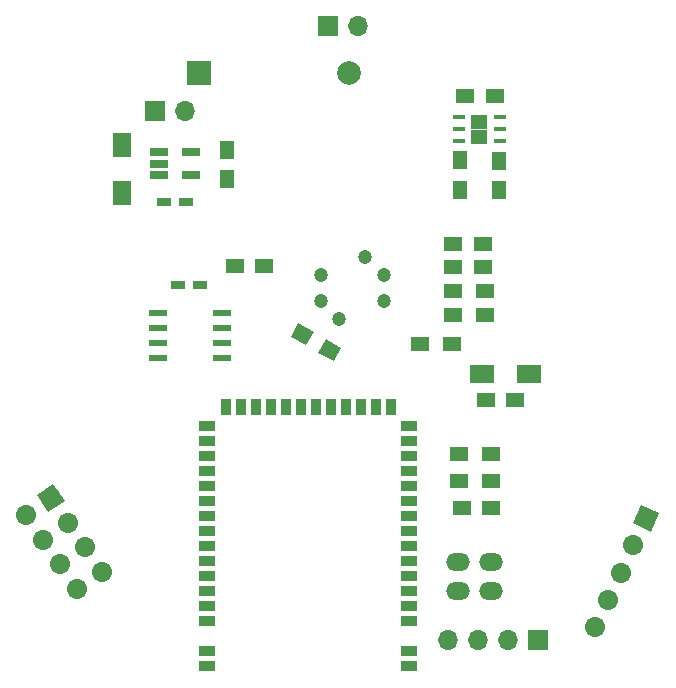
<source format=gts>
G04 #@! TF.GenerationSoftware,KiCad,Pcbnew,(5.0.0)*
G04 #@! TF.CreationDate,2018-09-08T09:56:40+02:00*
G04 #@! TF.ProjectId,v9,76392E6B696361645F70636200000000,3*
G04 #@! TF.SameCoordinates,Original*
G04 #@! TF.FileFunction,Soldermask,Top*
G04 #@! TF.FilePolarity,Negative*
%FSLAX46Y46*%
G04 Gerber Fmt 4.6, Leading zero omitted, Abs format (unit mm)*
G04 Created by KiCad (PCBNEW (5.0.0)) date 09/08/18 09:56:40*
%MOMM*%
%LPD*%
G01*
G04 APERTURE LIST*
%ADD10C,1.200000*%
%ADD11R,1.000000X0.450000*%
%ADD12R,0.750000X1.250000*%
%ADD13R,1.400000X0.900000*%
%ADD14R,1.400000X0.930000*%
%ADD15R,0.900000X1.400000*%
%ADD16R,2.000000X2.000000*%
%ADD17C,2.000000*%
%ADD18C,1.300000*%
%ADD19C,0.100000*%
%ADD20R,1.500000X1.300000*%
%ADD21O,2.000000X1.500000*%
%ADD22R,2.000000X1.600000*%
%ADD23R,1.500000X1.250000*%
%ADD24R,1.600000X2.000000*%
%ADD25R,1.250000X1.500000*%
%ADD26R,1.700000X1.700000*%
%ADD27O,1.700000X1.700000*%
%ADD28C,1.700000*%
%ADD29C,1.700000*%
%ADD30R,1.200000X0.750000*%
%ADD31R,1.560000X0.650000*%
%ADD32R,1.549400X0.599440*%
G04 APERTURE END LIST*
D10*
G04 #@! TO.C,U4*
X71084207Y-60360158D03*
X71084207Y-58139842D03*
X72639842Y-61915793D03*
X76415793Y-58139842D03*
X76415793Y-60360158D03*
X74860158Y-56584207D03*
G04 #@! TD*
D11*
G04 #@! TO.C,U3*
X86300000Y-46825000D03*
X86300000Y-45800000D03*
X86300000Y-44775000D03*
X82810000Y-44775000D03*
X82810000Y-45800000D03*
X82810000Y-46825000D03*
D12*
X84125000Y-45175000D03*
X84125000Y-46425000D03*
X84875000Y-45175000D03*
X84875000Y-46425000D03*
G04 #@! TD*
D13*
G04 #@! TO.C,U2*
X78550000Y-87455000D03*
X61450000Y-87455000D03*
X61450000Y-70945000D03*
D14*
X78550000Y-91265000D03*
X78550000Y-89995000D03*
D15*
X66875000Y-69350000D03*
X68145000Y-69360000D03*
X69415000Y-69350000D03*
X70685000Y-69350000D03*
X71955000Y-69350000D03*
X73225000Y-69350000D03*
X74495000Y-69350000D03*
D13*
X78550000Y-70945000D03*
D15*
X75765000Y-69350000D03*
X77035000Y-69350000D03*
X65605000Y-69350000D03*
X64335000Y-69350000D03*
X63065000Y-69350000D03*
D13*
X78550000Y-72215000D03*
X78550000Y-73485000D03*
X78550000Y-74755000D03*
X78550000Y-76025000D03*
X78550000Y-77295000D03*
X78550000Y-78565000D03*
X78550000Y-79835000D03*
X78550000Y-81105000D03*
X78550000Y-82375000D03*
X78550000Y-83645000D03*
X78550000Y-84915000D03*
X78550000Y-86185000D03*
X61450000Y-72215000D03*
X61450000Y-73485000D03*
X61450000Y-74755000D03*
X61450000Y-76025000D03*
X61450000Y-77295000D03*
X61450000Y-78565000D03*
X61450000Y-79835000D03*
X61450000Y-81105000D03*
X61450000Y-82375000D03*
X61450000Y-83645000D03*
X61450000Y-84915000D03*
X61450000Y-86185000D03*
D14*
X61450000Y-89995000D03*
X61450000Y-91265000D03*
G04 #@! TD*
D16*
G04 #@! TO.C,BT3*
X60800000Y-41025000D03*
D17*
X73500000Y-41025000D03*
G04 #@! TD*
D18*
G04 #@! TO.C,D1*
X71869134Y-64525000D03*
D19*
G36*
X72843653Y-64337083D02*
X72193653Y-65462917D01*
X70894615Y-64712917D01*
X71544615Y-63587083D01*
X72843653Y-64337083D01*
X72843653Y-64337083D01*
G37*
D18*
X69530866Y-63175000D03*
D19*
G36*
X70505385Y-62987083D02*
X69855385Y-64112917D01*
X68556347Y-63362917D01*
X69206347Y-62237083D01*
X70505385Y-62987083D01*
X70505385Y-62987083D01*
G37*
G04 #@! TD*
D20*
G04 #@! TO.C,D2*
X82200000Y-64000000D03*
X79500000Y-64000000D03*
G04 #@! TD*
D21*
G04 #@! TO.C,J7*
X85490000Y-84890000D03*
X85490000Y-82490000D03*
G04 #@! TD*
D22*
G04 #@! TO.C,C1*
X84750000Y-66550000D03*
X88750000Y-66550000D03*
G04 #@! TD*
D23*
G04 #@! TO.C,C2*
X85825000Y-42975000D03*
X83325000Y-42975000D03*
G04 #@! TD*
G04 #@! TO.C,C3*
X85050000Y-68750000D03*
X87550000Y-68750000D03*
G04 #@! TD*
D24*
G04 #@! TO.C,C4*
X54275000Y-47175000D03*
X54275000Y-51175000D03*
G04 #@! TD*
D25*
G04 #@! TO.C,C5*
X63175000Y-50050000D03*
X63175000Y-47550000D03*
G04 #@! TD*
D26*
G04 #@! TO.C,J2*
X71750000Y-37100000D03*
D27*
X74290000Y-37100000D03*
G04 #@! TD*
D28*
G04 #@! TO.C,J3*
X98650000Y-78750000D03*
D19*
G36*
X99779587Y-78338864D02*
X99061136Y-79879587D01*
X97520413Y-79161136D01*
X98238864Y-77620413D01*
X99779587Y-78338864D01*
X99779587Y-78338864D01*
G37*
D28*
X97576550Y-81052022D03*
D29*
X97576550Y-81052022D02*
X97576550Y-81052022D01*
D28*
X96503099Y-83354044D03*
D29*
X96503099Y-83354044D02*
X96503099Y-83354044D01*
D28*
X95429649Y-85656065D03*
D29*
X95429649Y-85656065D02*
X95429649Y-85656065D01*
D28*
X94356198Y-87958087D03*
D29*
X94356198Y-87958087D02*
X94356198Y-87958087D01*
G04 #@! TD*
D26*
G04 #@! TO.C,J4*
X57100000Y-44300000D03*
D27*
X59640000Y-44300000D03*
G04 #@! TD*
D26*
G04 #@! TO.C,J5*
X89465000Y-89075000D03*
D27*
X86925000Y-89075000D03*
X84385000Y-89075000D03*
X81845000Y-89075000D03*
G04 #@! TD*
D23*
G04 #@! TO.C,R1*
X82300000Y-55500000D03*
X84800000Y-55500000D03*
G04 #@! TD*
G04 #@! TO.C,R2*
X66300000Y-57350000D03*
X63800000Y-57350000D03*
G04 #@! TD*
D25*
G04 #@! TO.C,R3*
X82850000Y-48450000D03*
X82850000Y-50950000D03*
G04 #@! TD*
D23*
G04 #@! TO.C,R4*
X84800000Y-57500000D03*
X82300000Y-57500000D03*
G04 #@! TD*
D25*
G04 #@! TO.C,R5*
X86225000Y-50975000D03*
X86225000Y-48475000D03*
G04 #@! TD*
D20*
G04 #@! TO.C,R6*
X82300000Y-59500000D03*
X85000000Y-59500000D03*
G04 #@! TD*
G04 #@! TO.C,R7*
X82325000Y-61525000D03*
X85025000Y-61525000D03*
G04 #@! TD*
G04 #@! TO.C,L1*
X82817500Y-73287500D03*
X85517500Y-73287500D03*
G04 #@! TD*
G04 #@! TO.C,L2*
X85517500Y-75607500D03*
X82817500Y-75607500D03*
G04 #@! TD*
D23*
G04 #@! TO.C,C7*
X85527500Y-77917500D03*
X83027500Y-77917500D03*
G04 #@! TD*
D30*
G04 #@! TO.C,C8*
X59700000Y-52000000D03*
X57800000Y-52000000D03*
G04 #@! TD*
D21*
G04 #@! TO.C,J6*
X82690000Y-82490000D03*
X82690000Y-84890000D03*
G04 #@! TD*
D31*
G04 #@! TO.C,U5*
X57400000Y-47775000D03*
X57400000Y-48725000D03*
X57400000Y-49675000D03*
X60100000Y-49675000D03*
X60100000Y-47775000D03*
G04 #@! TD*
D30*
G04 #@! TO.C,C9*
X59000000Y-59000000D03*
X60900000Y-59000000D03*
G04 #@! TD*
D32*
G04 #@! TO.C,U1*
X57302520Y-61397540D03*
X57302520Y-62667540D03*
X57302520Y-63932460D03*
X57302520Y-65202460D03*
X62697480Y-65202460D03*
X62697480Y-63932460D03*
X62697480Y-62667540D03*
X62697480Y-61397540D03*
G04 #@! TD*
D28*
G04 #@! TO.C,J1*
X48250000Y-77025000D03*
D19*
G36*
X48469062Y-75843047D02*
X49431953Y-77244062D01*
X48030938Y-78206953D01*
X47068047Y-76805938D01*
X48469062Y-75843047D01*
X48469062Y-75843047D01*
G37*
D28*
X46156719Y-78463672D03*
D29*
X46156719Y-78463672D02*
X46156719Y-78463672D01*
D28*
X49688672Y-79118281D03*
D29*
X49688672Y-79118281D02*
X49688672Y-79118281D01*
D28*
X47595391Y-80556952D03*
D29*
X47595391Y-80556952D02*
X47595391Y-80556952D01*
D28*
X51127344Y-81211561D03*
D29*
X51127344Y-81211561D02*
X51127344Y-81211561D01*
D28*
X49034063Y-82650233D03*
D29*
X49034063Y-82650233D02*
X49034063Y-82650233D01*
D28*
X52566016Y-83304842D03*
D29*
X52566016Y-83304842D02*
X52566016Y-83304842D01*
D28*
X50472735Y-84743513D03*
D29*
X50472735Y-84743513D02*
X50472735Y-84743513D01*
G04 #@! TD*
M02*

</source>
